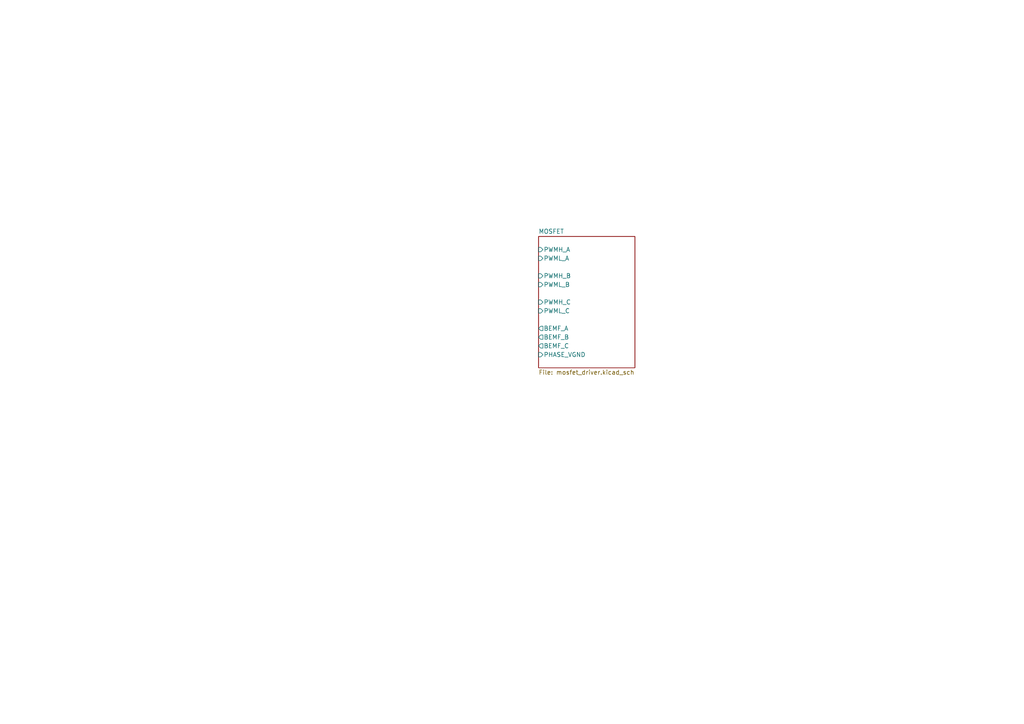
<source format=kicad_sch>
(kicad_sch
	(version 20231120)
	(generator "eeschema")
	(generator_version "8.0")
	(uuid "69e6af1f-890d-4723-a2f3-64e420583481")
	(paper "A4")
	(lib_symbols)
	(sheet
		(at 156.21 68.58)
		(size 27.94 38.1)
		(fields_autoplaced yes)
		(stroke
			(width 0.1524)
			(type solid)
		)
		(fill
			(color 0 0 0 0.0000)
		)
		(uuid "39954cda-d83d-4611-8e3d-2b7d51a8feaf")
		(property "Sheetname" "MOSFET"
			(at 156.21 67.8684 0)
			(effects
				(font
					(size 1.27 1.27)
				)
				(justify left bottom)
			)
		)
		(property "Sheetfile" "mosfet_driver.kicad_sch"
			(at 156.21 107.2646 0)
			(effects
				(font
					(size 1.27 1.27)
				)
				(justify left top)
			)
		)
		(pin "PWML_C" input
			(at 156.21 90.17 180)
			(effects
				(font
					(size 1.27 1.27)
				)
				(justify left)
			)
			(uuid "448b7848-434a-4f39-93fc-cc221a482081")
		)
		(pin "PWMH_C" input
			(at 156.21 87.63 180)
			(effects
				(font
					(size 1.27 1.27)
				)
				(justify left)
			)
			(uuid "a68dfe28-cbb4-48ef-b01c-0b1db3662348")
		)
		(pin "PWMH_A" input
			(at 156.21 72.39 180)
			(effects
				(font
					(size 1.27 1.27)
				)
				(justify left)
			)
			(uuid "7734e44e-7420-4143-80f2-b0cb39686300")
		)
		(pin "PWML_A" input
			(at 156.21 74.93 180)
			(effects
				(font
					(size 1.27 1.27)
				)
				(justify left)
			)
			(uuid "9cc6f6d3-4e49-428d-8586-ed20900a450c")
		)
		(pin "PWMH_B" input
			(at 156.21 80.01 180)
			(effects
				(font
					(size 1.27 1.27)
				)
				(justify left)
			)
			(uuid "81e93b29-9c68-4e51-9ecf-ca89ef0cb731")
		)
		(pin "PWML_B" input
			(at 156.21 82.55 180)
			(effects
				(font
					(size 1.27 1.27)
				)
				(justify left)
			)
			(uuid "e4b21422-9ab7-48f4-8f3b-c4381374a9e6")
		)
		(pin "PHASE_VGND" input
			(at 156.21 102.87 180)
			(effects
				(font
					(size 1.27 1.27)
				)
				(justify left)
			)
			(uuid "c4cb36a8-c8f0-4cb0-9ac8-1f9acc5fb9af")
		)
		(pin "BEMF_B" output
			(at 156.21 97.79 180)
			(effects
				(font
					(size 1.27 1.27)
				)
				(justify left)
			)
			(uuid "4f7b9d2f-dc6c-41eb-bfef-655dca276e27")
		)
		(pin "BEMF_A" output
			(at 156.21 95.25 180)
			(effects
				(font
					(size 1.27 1.27)
				)
				(justify left)
			)
			(uuid "98923dd6-3e55-4f09-b379-a9d3df2ae186")
		)
		(pin "BEMF_C" output
			(at 156.21 100.33 180)
			(effects
				(font
					(size 1.27 1.27)
				)
				(justify left)
			)
			(uuid "82269a80-bea0-4070-91c6-7b03cb19cef0")
		)
		(instances
			(project "bldc-controller-v1"
				(path "/69e6af1f-890d-4723-a2f3-64e420583481"
					(page "2")
				)
			)
		)
	)
	(sheet_instances
		(path "/"
			(page "1")
		)
	)
)

</source>
